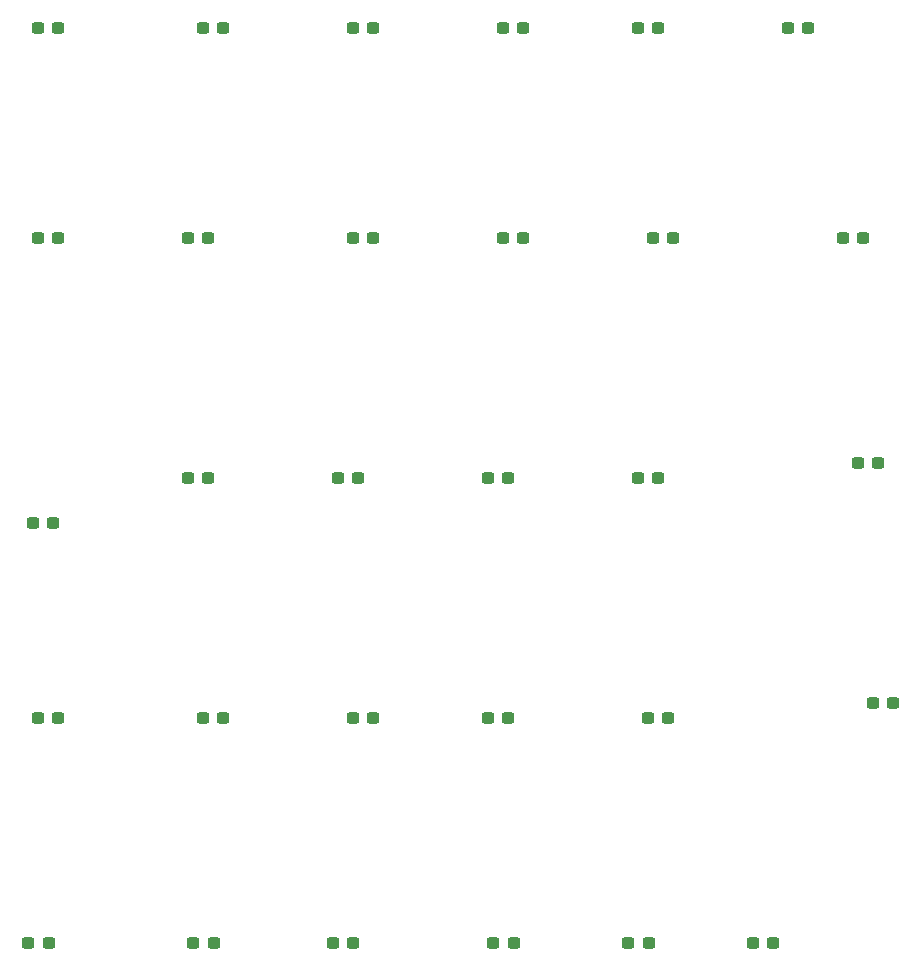
<source format=gbr>
%TF.GenerationSoftware,KiCad,Pcbnew,9.0.7*%
%TF.CreationDate,2026-02-20T03:41:17+09:00*%
%TF.ProjectId,YmmKeyboardMX,596d6d4b-6579-4626-9f61-72644d582e6b,rev?*%
%TF.SameCoordinates,Original*%
%TF.FileFunction,Paste,Bot*%
%TF.FilePolarity,Positive*%
%FSLAX46Y46*%
G04 Gerber Fmt 4.6, Leading zero omitted, Abs format (unit mm)*
G04 Created by KiCad (PCBNEW 9.0.7) date 2026-02-20 03:41:17*
%MOMM*%
%LPD*%
G01*
G04 APERTURE LIST*
G04 Aperture macros list*
%AMRoundRect*
0 Rectangle with rounded corners*
0 $1 Rounding radius*
0 $2 $3 $4 $5 $6 $7 $8 $9 X,Y pos of 4 corners*
0 Add a 4 corners polygon primitive as box body*
4,1,4,$2,$3,$4,$5,$6,$7,$8,$9,$2,$3,0*
0 Add four circle primitives for the rounded corners*
1,1,$1+$1,$2,$3*
1,1,$1+$1,$4,$5*
1,1,$1+$1,$6,$7*
1,1,$1+$1,$8,$9*
0 Add four rect primitives between the rounded corners*
20,1,$1+$1,$2,$3,$4,$5,0*
20,1,$1+$1,$4,$5,$6,$7,0*
20,1,$1+$1,$6,$7,$8,$9,0*
20,1,$1+$1,$8,$9,$2,$3,0*%
G04 Aperture macros list end*
%ADD10RoundRect,0.237500X0.300000X0.237500X-0.300000X0.237500X-0.300000X-0.237500X0.300000X-0.237500X0*%
G04 APERTURE END LIST*
D10*
%TO.C,C12*%
X205332500Y-58420000D03*
X203607500Y-58420000D03*
%TD*%
%TO.C,C11*%
X189230000Y-58420000D03*
X187505000Y-58420000D03*
%TD*%
%TO.C,C13*%
X136752500Y-82550000D03*
X135027500Y-82550000D03*
%TD*%
%TO.C,C14*%
X149860000Y-78740000D03*
X148135000Y-78740000D03*
%TD*%
%TO.C,C25*%
X136345000Y-118110000D03*
X134620000Y-118110000D03*
%TD*%
%TO.C,C23*%
X188822500Y-99060000D03*
X187097500Y-99060000D03*
%TD*%
%TO.C,C15*%
X162560000Y-78740000D03*
X160835000Y-78740000D03*
%TD*%
%TO.C,C9*%
X163830000Y-58420000D03*
X162105000Y-58420000D03*
%TD*%
%TO.C,C29*%
X187145000Y-118110000D03*
X185420000Y-118110000D03*
%TD*%
%TO.C,C27*%
X162152500Y-118110000D03*
X160427500Y-118110000D03*
%TD*%
%TO.C,C22*%
X175260000Y-99060000D03*
X173535000Y-99060000D03*
%TD*%
%TO.C,C7*%
X137160000Y-58420000D03*
X135435000Y-58420000D03*
%TD*%
%TO.C,C28*%
X175715000Y-118110000D03*
X173990000Y-118110000D03*
%TD*%
%TO.C,C16*%
X175260000Y-78740000D03*
X173535000Y-78740000D03*
%TD*%
%TO.C,C8*%
X149860000Y-58420000D03*
X148135000Y-58420000D03*
%TD*%
%TO.C,C19*%
X137160000Y-99060000D03*
X135435000Y-99060000D03*
%TD*%
%TO.C,C3*%
X163830000Y-40640000D03*
X162105000Y-40640000D03*
%TD*%
%TO.C,C2*%
X151130000Y-40640000D03*
X149405000Y-40640000D03*
%TD*%
%TO.C,C30*%
X197712500Y-118110000D03*
X195987500Y-118110000D03*
%TD*%
%TO.C,C21*%
X163830000Y-99060000D03*
X162105000Y-99060000D03*
%TD*%
%TO.C,C20*%
X151130000Y-99060000D03*
X149405000Y-99060000D03*
%TD*%
%TO.C,C6*%
X200660000Y-40640000D03*
X198935000Y-40640000D03*
%TD*%
%TO.C,C4*%
X176530000Y-40640000D03*
X174805000Y-40640000D03*
%TD*%
%TO.C,C24*%
X207872500Y-97790000D03*
X206147500Y-97790000D03*
%TD*%
%TO.C,C1*%
X137160000Y-40640000D03*
X135435000Y-40640000D03*
%TD*%
%TO.C,C26*%
X150315000Y-118110000D03*
X148590000Y-118110000D03*
%TD*%
%TO.C,C18*%
X206602500Y-77470000D03*
X204877500Y-77470000D03*
%TD*%
%TO.C,C5*%
X187960000Y-40640000D03*
X186235000Y-40640000D03*
%TD*%
%TO.C,C17*%
X187960000Y-78740000D03*
X186235000Y-78740000D03*
%TD*%
%TO.C,C10*%
X176530000Y-58420000D03*
X174805000Y-58420000D03*
%TD*%
M02*

</source>
